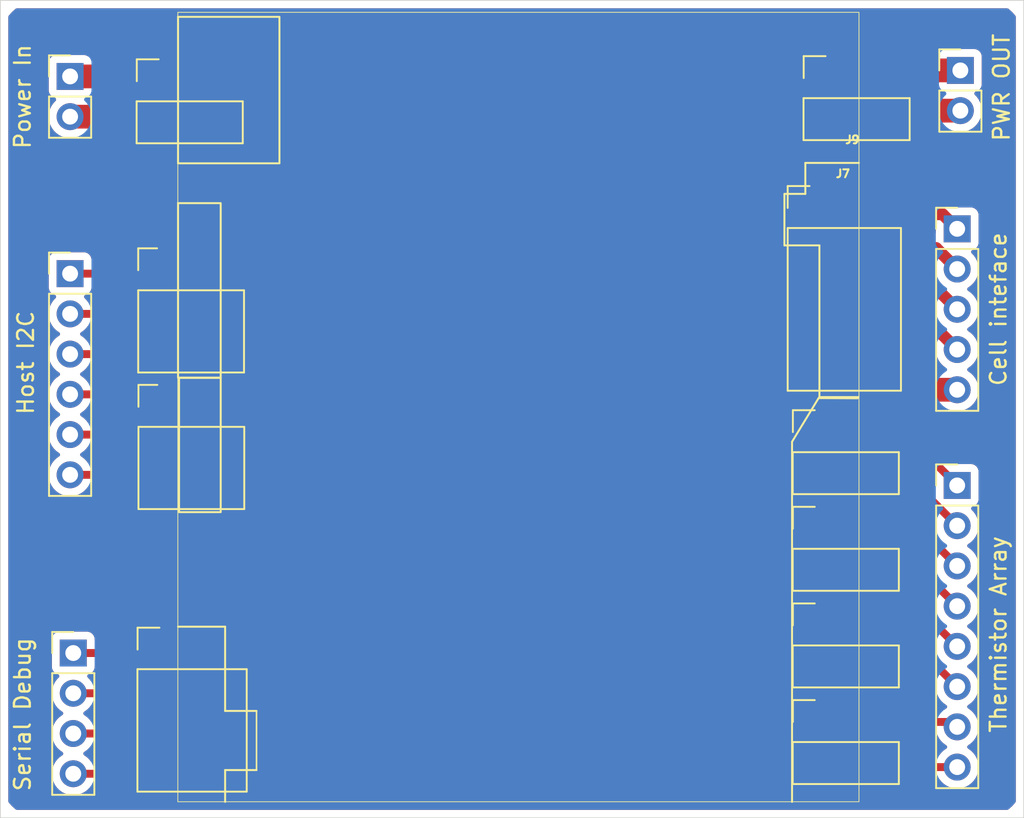
<source format=kicad_pcb>
(kicad_pcb (version 20241229) (generator "pcbnew") (generator_version "9.0")
  (layers (0 "F.Cu" signal) (2 "B.Cu" signal) (13 "F.Paste" user) (15 "B.Paste" user) (5 "F.SilkS" user "F.Silkscreen") (7 "B.SilkS" user "B.Silkscreen") (1 "F.Mask" user) (3 "B.Mask" user) (25 "Edge.Cuts" user))
  (net 0 "")
  (footprint "Connector_PinHeader_2.54mm:Custom_solder_pads_0.25mm 1x2" (layer "F.Cu") (at 165.617506 107.64)
    (property "Reference" "J11" (hide yes))
    (property "Value" "Conn_01x02" (hide yes))
    (fp_line (start -4.2 1.27) (end -4.2 3.92) (stroke (width 0.12)) (layer "F.SilkS"))
    (fp_line (start -4.2 1.27) (end 2.5 1.27) (stroke (width 0.12)) (layer "F.SilkS"))
    (fp_line (start -4.2 3.92) (end 2.5 3.92) (stroke (width 0.12)) (layer "F.SilkS"))
    (fp_line (start -4.19 -1.38) (end -2.81 -1.38) (stroke (width 0.12)) (layer "F.SilkS"))
    (fp_line (start -4.19 0) (end -4.19 -1.38) (stroke (width 0.12)) (layer "F.SilkS"))
    (fp_line (start 2.5 1.27) (end 2.5 3.92) (stroke (width 0.12)) (layer "F.SilkS"))
    (pad "1" smd rect (at 0 0) (size 6.35 1.7) (drill (offset -0.8 0)) (property pad_prop_heatsink) (layers "F.Cu" "F.Mask" "F.Paste"))
    (pad "2" smd rect (at 0 2.54) (size 6.35 1.7) (drill (offset -0.8 0)) (property pad_prop_heatsink) (layers "F.Cu" "F.Mask" "F.Paste"))
  )
  (footprint "Connector_PinHeader_2.54mm:Custom_solder_pads_0.25mm 1x2" (layer "F.Cu") (at 124.2 67.19)
    (property "Reference" "J9" (hide yes))
    (property "Value" "Conn_01x02" (hide yes))
    (fp_line (start -4.2 1.27) (end -4.2 3.92) (stroke (width 0.12)) (layer "F.SilkS"))
    (fp_line (start -4.2 1.27) (end 2.5 1.27) (stroke (width 0.12)) (layer "F.SilkS"))
    (fp_line (start -4.2 3.92) (end 2.5 3.92) (stroke (width 0.12)) (layer "F.SilkS"))
    (fp_line (start -4.19 -1.38) (end -2.81 -1.38) (stroke (width 0.12)) (layer "F.SilkS"))
    (fp_line (start -4.19 0) (end -4.19 -1.38) (stroke (width 0.12)) (layer "F.SilkS"))
    (fp_line (start 2.5 1.27) (end 2.5 3.92) (stroke (width 0.12)) (layer "F.SilkS"))
    (pad "1" smd rect (at 0 0) (size 6.35 1.7) (drill (offset -0.8 0)) (property pad_prop_heatsink) (layers "F.Cu" "F.Mask" "F.Paste"))
    (pad "2" smd rect (at 0 2.54) (size 6.35 1.7) (drill (offset -0.8 0)) (property pad_prop_heatsink) (layers "F.Cu" "F.Mask" "F.Paste"))
  )
  (footprint "Connector_PinHeader_2.54mm:Custom_solder_pads_0.25mm 1x2" (layer "F.Cu") (at 165.617506 101.54)
    (property "Reference" "J9" (hide yes))
    (property "Value" "Conn_01x02" (hide yes))
    (fp_line (start -4.2 1.27) (end -4.2 3.92) (stroke (width 0.12)) (layer "F.SilkS"))
    (fp_line (start -4.2 1.27) (end 2.5 1.27) (stroke (width 0.12)) (layer "F.SilkS"))
    (fp_line (start -4.2 3.92) (end 2.5 3.92) (stroke (width 0.12)) (layer "F.SilkS"))
    (fp_line (start -4.19 -1.38) (end -2.81 -1.38) (stroke (width 0.12)) (layer "F.SilkS"))
    (fp_line (start -4.19 0) (end -4.19 -1.38) (stroke (width 0.12)) (layer "F.SilkS"))
    (fp_line (start 2.5 1.27) (end 2.5 3.92) (stroke (width 0.12)) (layer "F.SilkS"))
    (pad "1" smd rect (at 0 0) (size 6.35 1.7) (drill (offset -0.8 0)) (property pad_prop_heatsink) (layers "F.Cu" "F.Mask" "F.Paste"))
    (pad "2" smd rect (at 0 2.54) (size 6.35 1.7) (drill (offset -0.8 0)) (property pad_prop_heatsink) (layers "F.Cu" "F.Mask" "F.Paste"))
  )
  (footprint "Connector_PinHeader_2.54mm:Custom_solder_pads_0.25mm 1x3" (layer "F.Cu") (at 122.6 79.12)
    (property "Reference" "J4" (hide yes))
    (property "Value" "Conn_01x03" (hide yes))
    (fp_line (start -2.5 -1.38) (end -1.31 -1.38) (stroke (width 0.12)) (layer "F.SilkS"))
    (fp_line (start -2.5 0) (end -2.5 -1.38) (stroke (width 0.12)) (layer "F.SilkS"))
    (fp_line (start -2.5 1.27) (end -2.5 6.46) (stroke (width 0.12)) (layer "F.SilkS"))
    (fp_line (start -2.5 1.27) (end 4.17914 1.27) (stroke (width 0.12)) (layer "F.SilkS"))
    (fp_line (start -2.5 6.46) (end 4.17914 6.46) (stroke (width 0.12)) (layer "F.SilkS"))
    (fp_line (start 4.17914 1.27) (end 4.17914 6.46) (stroke (width 0.12)) (layer "F.SilkS"))
    (pad "1" smd rect (at 0 0) (size 6.35 1.7) (drill (offset 0.8 0)) (property pad_prop_heatsink) (layers "F.Cu" "F.Mask" "F.Paste"))
    (pad "2" smd rect (at 0 2.54) (size 6.35 1.7) (drill (offset 0.8 0)) (property pad_prop_heatsink) (layers "F.Cu" "F.Mask" "F.Paste"))
    (pad "3" smd rect (at 0 5.08) (size 6.35 1.7) (drill (offset 0.8 0)) (property pad_prop_heatsink) (layers "F.Cu" "F.Mask" "F.Paste"))
  )
  (footprint "Connector_PinHeader_2.54mm:PinHeader_1x04_P2.54mm_Vertical" (layer "F.Cu") (at 116 103.29)
    (property "Reference" "Serial Debug" (at -3.2 3.875 90) (layer "F.SilkS"))
    (property "Value" "PinHeader_1x04_P2.54mm_Vertical" (hide yes))
    (fp_line (start -1.33 -1.33) (end 0 -1.33) (stroke (width 0.12)) (layer "F.SilkS"))
    (fp_line (start -1.33 0) (end -1.33 -1.33) (stroke (width 0.12)) (layer "F.SilkS"))
    (fp_line (start -1.33 1.27) (end -1.33 8.95) (stroke (width 0.12)) (layer "F.SilkS"))
    (fp_line (start -1.33 1.27) (end 1.33 1.27) (stroke (width 0.12)) (layer "F.SilkS"))
    (fp_line (start -1.33 8.95) (end 1.33 8.95) (stroke (width 0.12)) (layer "F.SilkS"))
    (fp_line (start 1.33 1.27) (end 1.33 8.95) (stroke (width 0.12)) (layer "F.SilkS"))
    (pad "1" thru_hole rect (at 0 0) (size 1.7 1.7) (drill 1) (layers "*.Cu" "*.Mask"))
    (pad "2" thru_hole oval (at 0 2.54) (size 1.7 1.7) (drill 1) (layers "*.Cu" "*.Mask"))
    (pad "3" thru_hole oval (at 0 5.08) (size 1.7 1.7) (drill 1) (layers "*.Cu" "*.Mask"))
    (pad "4" thru_hole oval (at 0 7.62) (size 1.7 1.7) (drill 1) (layers "*.Cu" "*.Mask"))
  )
  (footprint "Connector_PinHeader_2.54mm:Custom_solder_pads_0.25mm 1x2" (layer "F.Cu") (at 166.3 66.99)
    (property "Reference" "J9" (at -1.1176 3.8972 0) (layer "F.SilkS") (effects (font (size 0.5 0.5) (thickness 0.125))))
    (property "Value" "Conn_01x02" (hide yes))
    (fp_line (start -4.2 1.27) (end -4.2 3.92) (stroke (width 0.12)) (layer "F.SilkS"))
    (fp_line (start -4.2 1.27) (end 2.5 1.27) (stroke (width 0.12)) (layer "F.SilkS"))
    (fp_line (start -4.2 3.92) (end 2.5 3.92) (stroke (width 0.12)) (layer "F.SilkS"))
    (fp_line (start -4.19 -1.38) (end -2.81 -1.38) (stroke (width 0.12)) (layer "F.SilkS"))
    (fp_line (start -4.19 0) (end -4.19 -1.38) (stroke (width 0.12)) (layer "F.SilkS"))
    (fp_line (start 2.5 1.27) (end 2.5 3.92) (stroke (width 0.12)) (layer "F.SilkS"))
    (pad "1" smd rect (at 0 0) (size 6.35 1.7) (drill (offset -0.8 0)) (property pad_prop_heatsink) (layers "F.Cu" "F.Mask" "F.Paste"))
    (pad "2" smd rect (at 0 2.54) (size 6.35 1.7) (drill (offset -0.8 0)) (property pad_prop_heatsink) (layers "F.Cu" "F.Mask" "F.Paste"))
  )
  (footprint "Connector_PinHeader_2.54mm:Custom_solder_pads_0.25mm 1x5" (layer "F.Cu") (at 165.6 75.19)
    (property "Reference" "J7" (at -1.016 -2.159 0) (layer "F.SilkS") (effects (font (size 0.5 0.5) (thickness 0.125))))
    (property "Value" "Conn_01x05" (hide yes))
    (fp_line (start -4.5 -1.38) (end -3.12 -1.38) (stroke (width 0.12)) (layer "F.SilkS"))
    (fp_line (start -4.5 0) (end -4.5 -1.38) (stroke (width 0.12)) (layer "F.SilkS"))
    (fp_line (start -4.5 1.27) (end -4.5 11.54) (stroke (width 0.12)) (layer "F.SilkS"))
    (fp_line (start -4.5 1.27) (end 2.65 1.27) (stroke (width 0.12)) (layer "F.SilkS"))
    (fp_line (start -4.5 11.54) (end 2.65 11.54) (stroke (width 0.12)) (layer "F.SilkS"))
    (fp_line (start 2.65 1.27) (end 2.65 11.54) (stroke (width 0.12)) (layer "F.SilkS"))
    (pad "1" smd rect (at 0 0) (size 6.35 1.7) (drill (offset -0.8 0)) (property pad_prop_heatsink) (layers "F.Cu" "F.Mask" "F.Paste"))
    (pad "2" smd rect (at 0 2.54) (size 6.35 1.7) (drill (offset -0.8 0)) (property pad_prop_heatsink) (layers "F.Cu" "F.Mask" "F.Paste"))
    (pad "3" smd rect (at 0 5.08) (size 6.35 1.7) (drill (offset -0.8 0)) (property pad_prop_heatsink) (layers "F.Cu" "F.Mask" "F.Paste"))
    (pad "4" smd rect (at 0 7.62) (size 6.35 1.7) (drill (offset -0.8 0)) (property pad_prop_heatsink) (layers "F.Cu" "F.Mask" "F.Paste"))
    (pad "5" smd rect (at 0 10.16) (size 6.35 1.7) (drill (offset -0.8 0)) (property pad_prop_heatsink) (layers "F.Cu" "F.Mask" "F.Paste"))
  )
  (footprint "Connector_PinHeader_2.54mm:PinHeader_1x02_P2.54mm_Vertical" (layer "F.Cu") (at 172 66.51)
    (property "Reference" "PWR OUT" (at 2.6 1.075 90) (layer "F.SilkS"))
    (property "Value" "PinHeader_1x02_P2.54mm_Vertical" (hide yes))
    (fp_line (start -1.33 -1.33) (end 0 -1.33) (stroke (width 0.12)) (layer "F.SilkS"))
    (fp_line (start -1.33 0) (end -1.33 -1.33) (stroke (width 0.12)) (layer "F.SilkS"))
    (fp_line (start -1.33 1.27) (end -1.33 3.87) (stroke (width 0.12)) (layer "F.SilkS"))
    (fp_line (start -1.33 1.27) (end 1.33 1.27) (stroke (width 0.12)) (layer "F.SilkS"))
    (fp_line (start -1.33 3.87) (end 1.33 3.87) (stroke (width 0.12)) (layer "F.SilkS"))
    (fp_line (start 1.33 1.27) (end 1.33 3.87) (stroke (width 0.12)) (layer "F.SilkS"))
    (pad "1" thru_hole rect (at 0 0) (size 1.7 1.7) (drill 1) (layers "*.Cu" "*.Mask"))
    (pad "2" thru_hole oval (at 0 2.54) (size 1.7 1.7) (drill 1) (layers "*.Cu" "*.Mask"))
  )
  (footprint "Connector_PinHeader_2.54mm:Custom_solder_pads_0.25mm 1x2" (layer "F.Cu") (at 165.617506 89.34)
    (property "Reference" "J9" (hide yes))
    (property "Value" "Conn_01x02" (hide yes))
    (fp_line (start -4.2 1.27) (end -4.2 3.92) (stroke (width 0.12)) (layer "F.SilkS"))
    (fp_line (start -4.2 1.27) (end 2.5 1.27) (stroke (width 0.12)) (layer "F.SilkS"))
    (fp_line (start -4.2 3.92) (end 2.5 3.92) (stroke (width 0.12)) (layer "F.SilkS"))
    (fp_line (start -4.19 -1.38) (end -2.81 -1.38) (stroke (width 0.12)) (layer "F.SilkS"))
    (fp_line (start -4.19 0) (end -4.19 -1.38) (stroke (width 0.12)) (layer "F.SilkS"))
    (fp_line (start 2.5 1.27) (end 2.5 3.92) (stroke (width 0.12)) (layer "F.SilkS"))
    (pad "1" smd rect (at 0 0) (size 6.35 1.7) (drill (offset -0.8 0)) (property pad_prop_heatsink) (layers "F.Cu" "F.Mask" "F.Paste"))
    (pad "2" smd rect (at 0 2.54) (size 6.35 1.7) (drill (offset -0.8 0)) (property pad_prop_heatsink) (layers "F.Cu" "F.Mask" "F.Paste"))
  )
  (footprint "Connector_PinHeader_2.54mm:PinHeader_1x08_P2.54mm_Vertical" (layer "F.Cu") (at 171.8 92.71)
    (property "Reference" "Thermistor Array" (at 2.6 9.4 270) (layer "F.SilkS"))
    (property "Value" "PinHeader_1x08_P2.54mm_Vertical" (hide yes))
    (fp_line (start -1.33 -1.33) (end 0 -1.33) (stroke (width 0.12)) (layer "F.SilkS"))
    (fp_line (start -1.33 0) (end -1.33 -1.33) (stroke (width 0.12)) (layer "F.SilkS"))
    (fp_line (start -1.33 1.27) (end -1.33 19.11) (stroke (width 0.12)) (layer "F.SilkS"))
    (fp_line (start -1.33 1.27) (end 1.33 1.27) (stroke (width 0.12)) (layer "F.SilkS"))
    (fp_line (start -1.33 19.11) (end 1.33 19.11) (stroke (width 0.12)) (layer "F.SilkS"))
    (fp_line (start 1.33 1.27) (end 1.33 19.11) (stroke (width 0.12)) (layer "F.SilkS"))
    (pad "1" thru_hole rect (at 0 0) (size 1.7 1.7) (drill 1) (layers "*.Cu" "*.Mask"))
    (pad "2" thru_hole oval (at 0 2.54) (size 1.7 1.7) (drill 1) (layers "*.Cu" "*.Mask"))
    (pad "3" thru_hole oval (at 0 5.08) (size 1.7 1.7) (drill 1) (layers "*.Cu" "*.Mask"))
    (pad "4" thru_hole oval (at 0 7.62) (size 1.7 1.7) (drill 1) (layers "*.Cu" "*.Mask"))
    (pad "5" thru_hole oval (at 0 10.16) (size 1.7 1.7) (drill 1) (layers "*.Cu" "*.Mask"))
    (pad "6" thru_hole oval (at 0 12.7) (size 1.7 1.7) (drill 1) (layers "*.Cu" "*.Mask"))
    (pad "7" thru_hole oval (at 0 15.24) (size 1.7 1.7) (drill 1) (layers "*.Cu" "*.Mask"))
    (pad "8" thru_hole oval (at 0 17.78) (size 1.7 1.7) (drill 1) (layers "*.Cu" "*.Mask"))
  )
  (footprint "Connector_PinHeader_2.54mm:PinHeader_1x05_P2.54mm_Vertical" (layer "F.Cu") (at 171.8 76.51)
    (property "Reference" "Cell inteface" (at 2.6 5.075 90) (layer "F.SilkS"))
    (property "Value" "PinHeader_1x05_P2.54mm_Vertical" (hide yes))
    (fp_line (start -1.33 -1.33) (end 0 -1.33) (stroke (width 0.12)) (layer "F.SilkS"))
    (fp_line (start -1.33 0) (end -1.33 -1.33) (stroke (width 0.12)) (layer "F.SilkS"))
    (fp_line (start -1.33 1.27) (end -1.33 11.49) (stroke (width 0.12)) (layer "F.SilkS"))
    (fp_line (start -1.33 1.27) (end 1.33 1.27) (stroke (width 0.12)) (layer "F.SilkS"))
    (fp_line (start -1.33 11.49) (end 1.33 11.49) (stroke (width 0.12)) (layer "F.SilkS"))
    (fp_line (start 1.33 1.27) (end 1.33 11.49) (stroke (width 0.12)) (layer "F.SilkS"))
    (pad "1" thru_hole rect (at 0 0) (size 1.7 1.7) (drill 1) (layers "*.Cu" "*.Mask"))
    (pad "2" thru_hole oval (at 0 2.54) (size 1.7 1.7) (drill 1) (layers "*.Cu" "*.Mask"))
    (pad "3" thru_hole oval (at 0 5.08) (size 1.7 1.7) (drill 1) (layers "*.Cu" "*.Mask"))
    (pad "4" thru_hole oval (at 0 7.62) (size 1.7 1.7) (drill 1) (layers "*.Cu" "*.Mask"))
    (pad "5" thru_hole oval (at 0 10.16) (size 1.7 1.7) (drill 1) (layers "*.Cu" "*.Mask"))
  )
  (footprint "Connector_PinHeader_2.54mm:Custom_solder_pads_0.25mm 1x3" (layer "F.Cu") (at 122.615307 87.741535)
    (property "Reference" "J4" (hide yes))
    (property "Value" "Conn_01x03" (hide yes))
    (fp_line (start -2.5 -1.38) (end -1.31 -1.38) (stroke (width 0.12)) (layer "F.SilkS"))
    (fp_line (start -2.5 0) (end -2.5 -1.38) (stroke (width 0.12)) (layer "F.SilkS"))
    (fp_line (start -2.5 1.27) (end -2.5 6.46) (stroke (width 0.12)) (layer "F.SilkS"))
    (fp_line (start -2.5 1.27) (end 4.17914 1.27) (stroke (width 0.12)) (layer "F.SilkS"))
    (fp_line (start -2.5 6.46) (end 4.17914 6.46) (stroke (width 0.12)) (layer "F.SilkS"))
    (fp_line (start 4.17914 1.27) (end 4.17914 6.46) (stroke (width 0.12)) (layer "F.SilkS"))
    (pad "1" smd rect (at 0 0) (size 6.35 1.7) (drill (offset 0.8 0)) (property pad_prop_heatsink) (layers "F.Cu" "F.Mask" "F.Paste"))
    (pad "2" smd rect (at 0 2.54) (size 6.35 1.7) (drill (offset 0.8 0)) (property pad_prop_heatsink) (layers "F.Cu" "F.Mask" "F.Paste"))
    (pad "3" smd rect (at 0 5.08) (size 6.35 1.7) (drill (offset 0.8 0)) (property pad_prop_heatsink) (layers "F.Cu" "F.Mask" "F.Paste"))
  )
  (footprint "Connector_PinHeader_2.54mm:PinHeader_1x02_P2.54mm_Vertical" (layer "F.Cu") (at 115.8 66.89)
    (property "Reference" "Power In" (at -3 1.275 270) (layer "F.SilkS"))
    (property "Value" "PinHeader_1x02_P2.54mm_Vertical" (hide yes))
    (fp_line (start -1.33 -1.33) (end 0 -1.33) (stroke (width 0.12)) (layer "F.SilkS"))
    (fp_line (start -1.33 0) (end -1.33 -1.33) (stroke (width 0.12)) (layer "F.SilkS"))
    (fp_line (start -1.33 1.27) (end -1.33 3.87) (stroke (width 0.12)) (layer "F.SilkS"))
    (fp_line (start -1.33 1.27) (end 1.33 1.27) (stroke (width 0.12)) (layer "F.SilkS"))
    (fp_line (start -1.33 3.87) (end 1.33 3.87) (stroke (width 0.12)) (layer "F.SilkS"))
    (fp_line (start 1.33 1.27) (end 1.33 3.87) (stroke (width 0.12)) (layer "F.SilkS"))
    (pad "1" thru_hole rect (at 0 0) (size 1.7 1.7) (drill 1) (layers "*.Cu" "*.Mask"))
    (pad "2" thru_hole oval (at 0 2.54) (size 1.7 1.7) (drill 1) (layers "*.Cu" "*.Mask"))
  )
  (footprint "Connector_PinHeader_2.54mm:Custom_solder_pads_0.25mm 1x2" (layer "F.Cu") (at 165.617506 95.44)
    (property "Reference" "J9" (hide yes))
    (property "Value" "Conn_01x02" (hide yes))
    (fp_line (start -4.2 1.27) (end -4.2 3.92) (stroke (width 0.12)) (layer "F.SilkS"))
    (fp_line (start -4.2 1.27) (end 2.5 1.27) (stroke (width 0.12)) (layer "F.SilkS"))
    (fp_line (start -4.2 3.92) (end 2.5 3.92) (stroke (width 0.12)) (layer "F.SilkS"))
    (fp_line (start -4.19 -1.38) (end -2.81 -1.38) (stroke (width 0.12)) (layer "F.SilkS"))
    (fp_line (start -4.19 0) (end -4.19 -1.38) (stroke (width 0.12)) (layer "F.SilkS"))
    (fp_line (start 2.5 1.27) (end 2.5 3.92) (stroke (width 0.12)) (layer "F.SilkS"))
    (pad "1" smd rect (at 0 0) (size 6.35 1.7) (drill (offset -0.8 0)) (property pad_prop_heatsink) (layers "F.Cu" "F.Mask" "F.Paste"))
    (pad "2" smd rect (at 0 2.54) (size 6.35 1.7) (drill (offset -0.8 0)) (property pad_prop_heatsink) (layers "F.Cu" "F.Mask" "F.Paste"))
  )
  (footprint "Connector_PinHeader_2.54mm:Custom_solder_pads_0.25mm 1x4" (layer "F.Cu") (at 122.7 103.04)
    (property "Reference" "J1" (hide yes))
    (property "Value" "Conn_01x04" (hide yes))
    (fp_line (start -2.65 1.27) (end -2.65 9) (stroke (width 0.12)) (layer "F.SilkS"))
    (fp_line (start -2.65 1.27) (end 4.25 1.27) (stroke (width 0.12)) (layer "F.SilkS"))
    (fp_line (start -2.65 9) (end 4.25 9) (stroke (width 0.12)) (layer "F.SilkS"))
    (fp_line (start -2.64 -1.35) (end -1.26 -1.35) (stroke (width 0.12)) (layer "F.SilkS"))
    (fp_line (start -2.64 0.03) (end -2.64 -1.35) (stroke (width 0.12)) (layer "F.SilkS"))
    (fp_line (start 4.25 1.27) (end 4.25 9) (stroke (width 0.12)) (layer "F.SilkS"))
    (pad "1" smd rect (at 0 0) (size 6.35 1.7) (drill (offset 0.8 0)) (property pad_prop_heatsink) (layers "F.Cu" "F.Mask" "F.Paste"))
    (pad "2" smd rect (at 0 2.54) (size 6.35 1.7) (drill (offset 0.8 0)) (property pad_prop_heatsink) (layers "F.Cu" "F.Mask" "F.Paste"))
    (pad "3" smd rect (at 0 5.08) (size 6.35 1.7) (drill (offset 0.8 0)) (property pad_prop_heatsink) (layers "F.Cu" "F.Mask" "F.Paste"))
    (pad "4" smd rect (at 0 7.62) (size 6.35 1.7) (drill (offset 0.8 0)) (property pad_prop_heatsink) (layers "F.Cu" "F.Mask" "F.Paste"))
  )
  (footprint "Connector_PinHeader_2.54mm:PinHeader_1x06_P2.54mm_Vertical" (layer "F.Cu") (at 115.8 79.34)
    (property "Reference" "Host I2C" (at -2.8 5.625 90) (layer "F.SilkS"))
    (property "Value" "PinHeader_1x06_P2.54mm_Vertical" (hide yes))
    (fp_line (start -1.33 -1.33) (end 0 -1.33) (stroke (width 0.12)) (layer "F.SilkS"))
    (fp_line (start -1.33 0) (end -1.33 -1.33) (stroke (width 0.12)) (layer "F.SilkS"))
    (fp_line (start -1.33 1.27) (end -1.33 14.03) (stroke (width 0.12)) (layer "F.SilkS"))
    (fp_line (start -1.33 1.27) (end 1.33 1.27) (stroke (width 0.12)) (layer "F.SilkS"))
    (fp_line (start -1.33 14.03) (end 1.33 14.03) (stroke (width 0.12)) (layer "F.SilkS"))
    (fp_line (start 1.33 1.27) (end 1.33 14.03) (stroke (width 0.12)) (layer "F.SilkS"))
    (pad "1" thru_hole rect (at 0 0) (size 1.7 1.7) (drill 1) (layers "*.Cu" "*.Mask"))
    (pad "2" thru_hole oval (at 0 2.54) (size 1.7 1.7) (drill 1) (layers "*.Cu" "*.Mask"))
    (pad "3" thru_hole oval (at 0 5.08) (size 1.7 1.7) (drill 1) (layers "*.Cu" "*.Mask"))
    (pad "4" thru_hole oval (at 0 7.62) (size 1.7 1.7) (drill 1) (layers "*.Cu" "*.Mask"))
    (pad "5" thru_hole oval (at 0 10.16) (size 1.7 1.7) (drill 1) (layers "*.Cu" "*.Mask"))
    (pad "6" thru_hole oval (at 0 12.7) (size 1.7 1.7) (drill 1) (layers "*.Cu" "*.Mask"))
  )
  (gr_rect (start 122.6 62.841001) (end 165.6 112.677748) (stroke (width 0.05)) (fill no) (layer "F.SilkS"))
  (gr_line (start 125.587106 106.943948) (end 125.587106 101.626948) (stroke (width 0.125)) (layer "F.SilkS"))
  (gr_line (start 160.893106 74.304948) (end 160.893106 77.556148) (stroke (width 0.125)) (layer "F.SilkS"))
  (gr_line (start 163.102906 87.131948) (end 163.102906 77.556148) (stroke (width 0.125)) (layer "F.SilkS"))
  (gr_line (start 165.566706 87.131948) (end 163.102906 87.131948) (stroke (width 0.125)) (layer "F.SilkS"))
  (gr_line (start 161.375706 89.951348) (end 163.052106 87.195448) (stroke (width 0.125)) (layer "F.SilkS"))
  (gr_line (start 125.587106 110.677748) (end 125.587106 112.684348) (stroke (width 0.125)) (layer "F.SilkS"))
  (gr_rect (start 122.615306 63.128948) (end 129.016106 72.374548) (stroke (width 0.125)) (fill no) (layer "F.SilkS"))
  (gr_line (start 165.515906 87.208148) (end 163.052106 87.195448) (stroke (width 0.125)) (layer "F.SilkS"))
  (gr_line (start 127.568306 106.943948) (end 125.587106 106.943948) (stroke (width 0.125)) (layer "F.SilkS"))
  (gr_line (start 127.568306 110.677748) (end 125.587106 110.677748) (stroke (width 0.125)) (layer "F.SilkS"))
  (gr_line (start 161.375706 112.684348) (end 161.375706 89.964048) (stroke (width 0.125)) (layer "F.SilkS"))
  (gr_line (start 162.213906 72.349148) (end 165.592106 72.349148) (stroke (width 0.125)) (layer "F.SilkS"))
  (gr_line (start 162.213906 74.304948) (end 162.213906 72.349148) (stroke (width 0.125)) (layer "F.SilkS"))
  (gr_line (start 163.102906 77.556148) (end 160.893106 77.556148) (stroke (width 0.125)) (layer "F.SilkS"))
  (gr_line (start 127.568306 106.943948) (end 127.568306 110.677748) (stroke (width 0.1)) (layer "F.SilkS"))
  (gr_rect (start 122.615306 74.889148) (end 125.307706 85.912748) (stroke (width 0.125)) (fill no) (layer "F.SilkS"))
  (gr_line (start 160.893106 74.304948) (end 162.213906 74.304948) (stroke (width 0.125)) (layer "F.SilkS"))
  (gr_line (start 122.615306 101.626948) (end 125.587106 101.626948) (stroke (width 0.125)) (layer "F.SilkS"))
  (gr_rect (start 122.678806 85.912748) (end 125.307706 94.396348) (stroke (width 0.125)) (fill no) (layer "F.SilkS"))
  (gr_rect (start 111.4 62.09) (end 176 113.69) (stroke (width 0.05)) (fill no) (layer "Edge.Cuts"))
  (segment (start 121.833772 89.5) (end 115.8 89.5) (width 0.5) (layer "F.Cu") (net 0))
  (segment (start 170.88 75.59) (end 166 75.59) (width 0.75) (layer "F.Cu") (net 0))
  (segment (start 122.45 103.29) (end 116 103.29) (width 0.5) (layer "F.Cu") (net 0))
  (segment (start 166.78 66.51) (end 172 66.51) (width 1.5) (layer "F.Cu") (net 0))
  (segment (start 170.47 104.08) (end 165.617506 104.08) (width 0.5) (layer "F.Cu") (net 0))
  (segment (start 122.45 105.83) (end 116 105.83) (width 0.5) (layer "F.Cu") (net 0))
  (segment (start 171.8 102.87) (end 170.47 101.54) (width 0.5) (layer "F.Cu") (net 0))
  (segment (start 121.833772 92.04) (end 115.8 92.04) (width 0.5) (layer "F.Cu") (net 0))
  (segment (start 169.45 95.44) (end 165.617506 95.44) (width 0.5) (layer "F.Cu") (net 0))
  (segment (start 171.8 107.95) (end 171.49 107.64) (width 0.5) (layer "F.Cu") (net 0))
  (segment (start 169.53 86.67) (end 171.8 86.67) (width 1.5) (layer "F.Cu") (net 0))
  (segment (start 169.45 97.98) (end 165.617506 97.98) (width 0.5) (layer "F.Cu") (net 0))
  (segment (start 122.7 108.12) (end 122.45 108.37) (width 0.5) (layer "F.Cu") (net 0))
  (segment (start 171.8 76.51) (end 170.88 75.59) (width 0.75) (layer "F.Cu") (net 0))
  (segment (start 122.45 108.37) (end 116 108.37) (width 0.5) (layer "F.Cu") (net 0))
  (segment (start 122.6 79.12) (end 122.38 79.34) (width 0.5) (layer "F.Cu") (net 0))
  (segment (start 122.38 79.34) (end 115.8 79.34) (width 0.5) (layer "F.Cu") (net 0))
  (segment (start 122.7 110.66) (end 122.45 110.91) (width 0.5) (layer "F.Cu") (net 0))
  (segment (start 171.8 105.41) (end 170.47 104.08) (width 0.5) (layer "F.Cu") (net 0))
  (segment (start 122.7 103.04) (end 122.45 103.29) (width 0.5) (layer "F.Cu") (net 0))
  (segment (start 165.6 80.27) (end 170.48 80.27) (width 0.75) (layer "F.Cu") (net 0))
  (segment (start 165.6 77.73) (end 170.48 77.73) (width 0.75) (layer "F.Cu") (net 0))
  (segment (start 122.38 84.42) (end 115.8 84.42) (width 0.5) (layer "F.Cu") (net 0))
  (segment (start 165.617506 91.88) (end 168.43 91.88) (width 0.5) (layer "F.Cu") (net 0))
  (segment (start 168.21 85.35) (end 169.53 86.67) (width 1.5) (layer "F.Cu") (net 0))
  (segment (start 171.8 84.13) (end 170.48 82.81) (width 0.75) (layer "F.Cu") (net 0))
  (segment (start 170.47 101.54) (end 165.617506 101.54) (width 0.5) (layer "F.Cu") (net 0))
  (segment (start 122.38 81.88) (end 115.8 81.88) (width 0.5) (layer "F.Cu") (net 0))
  (segment (start 171.8 92.69) (end 171.8 92.71) (width 0.2) (layer "F.Cu") (net 0))
  (segment (start 171.8 97.79) (end 169.45 95.44) (width 0.5) (layer "F.Cu") (net 0))
  (segment (start 170.48 80.27) (end 171.8 81.59) (width 0.75) (layer "F.Cu") (net 0))
  (segment (start 171.49 107.64) (end 165.617506 107.64) (width 0.5) (layer "F.Cu") (net 0))
  (segment (start 122.6 81.66) (end 122.38 81.88) (width 0.5) (layer "F.Cu") (net 0))
  (segment (start 124.2 69.73) (end 123.9 69.43) (width 1.016) (layer "F.Cu") (net 0))
  (segment (start 124.2 67.19) (end 123.9 66.89) (width 1.016) (layer "F.Cu") (net 0))
  (segment (start 122.45 110.91) (end 116 110.91) (width 0.5) (layer "F.Cu") (net 0))
  (segment (start 170.48 77.73) (end 171.8 79.05) (width 0.75) (layer "F.Cu") (net 0))
  (segment (start 165.617506 89.34) (end 168.45 89.34) (width 0.5) (layer "F.Cu") (net 0))
  (segment (start 166 75.59) (end 165.6 75.19) (width 0.2) (layer "F.Cu") (net 0))
  (segment (start 166.3 66.99) (end 166.78 66.51) (width 1.016) (layer "F.Cu") (net 0))
  (segment (start 122.615307 90.281535) (end 121.833772 89.5) (width 0.5) (layer "F.Cu") (net 0))
  (segment (start 122.7 105.58) (end 122.45 105.83) (width 0.5) (layer "F.Cu") (net 0))
  (segment (start 123.9 66.89) (end 115.8 66.89) (width 1.5) (layer "F.Cu") (net 0))
  (segment (start 121.833772 86.96) (end 115.8 86.96) (width 0.5) (layer "F.Cu") (net 0))
  (segment (start 122.6 84.2) (end 122.38 84.42) (width 0.5) (layer "F.Cu") (net 0))
  (segment (start 168.45 89.34) (end 171.8 92.69) (width 0.5) (layer "F.Cu") (net 0))
  (segment (start 171.8 110.49) (end 165.927506 110.49) (width 0.5) (layer "F.Cu") (net 0))
  (segment (start 172 69.05) (end 166.78 69.05) (width 1.5) (layer "F.Cu") (net 0))
  (segment (start 122.615307 92.821535) (end 121.833772 92.04) (width 0.5) (layer "F.Cu") (net 0))
  (segment (start 123.9 69.43) (end 115.8 69.43) (width 1.5) (layer "F.Cu") (net 0))
  (segment (start 165.6 85.35) (end 168.21 85.35) (width 1.5) (layer "F.Cu") (net 0))
  (segment (start 166.78 69.05) (end 166.3 69.53) (width 1.016) (layer "F.Cu") (net 0))
  (segment (start 122.615307 87.741535) (end 121.833772 86.96) (width 0.5) (layer "F.Cu") (net 0))
  (segment (start 168.43 91.88) (end 171.8 95.25) (width 0.5) (layer "F.Cu") (net 0))
  (segment (start 171.8 100.33) (end 169.45 97.98) (width 0.5) (layer "F.Cu") (net 0))
  (segment (start 165.927506 110.49) (end 165.617506 110.18) (width 0.5) (layer "F.Cu") (net 0))
  (segment (start 170.48 82.81) (end 165.6 82.81) (width 0.75) (layer "F.Cu") (net 0))
  (zone (net 0) (net_name "") (layers "F.Cu" "B.Cu") (name "Ground Flood") (connect_pads (clearance 0.5)) (min_thickness 0.25) (fill yes (thermal_gap 0.5) (thermal_bridge_width 0.5) (smoothing fillet) (radius 2.5) (island_removal_mode 1) (island_area_min 10))
    (polygon (pts (xy 111.4 62.09) (xy 111.4 113.69) (xy 176 113.69) (xy 176 62.09)))
  )
)
</source>
